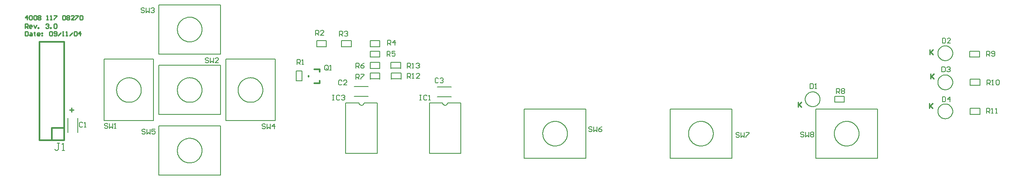
<source format=gto>
*%FSLAX23Y23*%
*%MOIN*%
G01*
%ADD11C,0.006*%
%ADD12C,0.007*%
%ADD13C,0.008*%
%ADD14C,0.008*%
%ADD15C,0.010*%
%ADD16C,0.010*%
%ADD17C,0.012*%
%ADD18C,0.012*%
%ADD19C,0.028*%
%ADD20C,0.030*%
%ADD21C,0.030*%
%ADD22C,0.032*%
%ADD23C,0.039*%
%ADD24C,0.039*%
%ADD25C,0.059*%
%ADD26C,0.059*%
%ADD27C,0.070*%
%ADD28C,0.074*%
%ADD29O,0.076X0.024*%
%ADD30O,0.080X0.028*%
%ADD31C,0.098*%
%ADD32C,0.102*%
%ADD33C,0.125*%
%ADD34C,0.145*%
%ADD35C,0.228*%
%ADD36C,0.232*%
%ADD37R,0.036X0.036*%
%ADD38R,0.040X0.040*%
%ADD39R,0.050X0.036*%
%ADD40R,0.054X0.040*%
%ADD41R,0.055X0.064*%
%ADD42R,0.059X0.068*%
%ADD43R,0.060X0.100*%
%ADD44R,0.064X0.055*%
%ADD45R,0.064X0.104*%
%ADD46R,0.068X0.059*%
%ADD47R,0.070X0.070*%
%ADD48R,0.074X0.074*%
%ADD49R,0.076X0.024*%
%ADD50R,0.080X0.028*%
%ADD51R,0.100X0.060*%
%ADD52R,0.104X0.064*%
D11*
X13138Y8383D02*
Y8423D01*
Y8383D02*
X13158D01*
X13164Y8390D01*
Y8417D01*
X13158Y8423D01*
X13138D01*
X13178Y8383D02*
X13204D01*
X13178D02*
X13204Y8410D01*
Y8417D01*
X13198Y8423D01*
X13184D01*
X13178Y8417D01*
X13134Y8191D02*
Y8151D01*
X13154D01*
X13161Y8158D01*
Y8184D01*
X13154Y8191D01*
X13134D01*
X13174Y8184D02*
X13181Y8191D01*
X13194D01*
X13201Y8184D01*
Y8178D01*
X13202D01*
X13201D02*
X13202D01*
X13201D02*
X13202D01*
X13201D02*
X13194Y8171D01*
X13187D01*
X13194D01*
X13201Y8164D01*
Y8158D01*
X13194Y8151D01*
X13181D01*
X13174Y8158D01*
X13138Y7947D02*
Y7907D01*
X13158D01*
X13164Y7914D01*
Y7940D01*
X13158Y7947D01*
X13138D01*
X13198D02*
Y7907D01*
X13178Y7927D02*
X13198Y7947D01*
X13204Y7927D02*
X13178D01*
X13496Y8277D02*
Y8317D01*
X13516D01*
X13523Y8310D01*
Y8297D01*
X13516Y8290D01*
X13496D01*
X13509D02*
X13523Y8277D01*
X13536Y8284D02*
X13543Y8277D01*
X13556D01*
X13563Y8284D01*
Y8310D01*
X13556Y8317D01*
X13543D01*
X13536Y8310D01*
Y8304D01*
X13543Y8297D01*
X13563D01*
X13500Y8085D02*
Y8045D01*
Y8085D02*
X13520D01*
X13527Y8078D01*
Y8065D01*
X13520Y8058D01*
X13500D01*
X13513D02*
X13527Y8045D01*
X13540D02*
X13553D01*
X13547D01*
Y8085D01*
X13548D01*
X13547D02*
X13540Y8078D01*
X13573D02*
X13580Y8085D01*
X13593D01*
X13600Y8078D01*
Y8052D01*
X13593Y8045D01*
X13580D01*
X13573Y8052D01*
Y8078D01*
X13496Y7853D02*
Y7813D01*
Y7853D02*
X13516D01*
X13523Y7846D01*
Y7833D01*
X13516Y7826D01*
X13496D01*
X13509D02*
X13523Y7813D01*
X13536D02*
X13549D01*
X13543D01*
Y7853D01*
X13544D01*
X13543D02*
X13536Y7846D01*
X13569Y7813D02*
X13583D01*
X13576D01*
Y7853D01*
X13577D01*
X13576D02*
X13569Y7846D01*
X12015Y7653D02*
X12008Y7660D01*
X11995D01*
X11988Y7653D01*
Y7646D01*
X11995Y7640D01*
X12008D01*
X12015Y7633D01*
Y7626D01*
X12008Y7620D01*
X11995D01*
X11988Y7626D01*
X12028Y7620D02*
Y7660D01*
X12042Y7633D02*
X12028Y7620D01*
X12042Y7633D02*
X12055Y7620D01*
Y7660D01*
X12068Y7653D02*
X12075Y7660D01*
X12088D01*
X12095Y7653D01*
Y7646D01*
X12088Y7640D01*
X12095Y7633D01*
Y7626D01*
X12088Y7620D01*
X12075D01*
X12068Y7626D01*
Y7633D01*
X12075Y7640D01*
X12068Y7646D01*
Y7653D01*
X12075Y7640D02*
X12088D01*
X12067Y8013D02*
Y8053D01*
Y8013D02*
X12087D01*
X12094Y8020D01*
Y8047D01*
X12087Y8053D01*
X12067D01*
X12107Y8013D02*
X12120D01*
X12114D01*
Y8053D01*
X12115D01*
X12114D02*
X12107Y8047D01*
X12280Y8014D02*
Y7974D01*
Y8014D02*
X12300D01*
X12306Y8007D01*
Y7994D01*
X12300Y7987D01*
X12280D01*
X12293D02*
X12306Y7974D01*
X12320Y8007D02*
X12326Y8014D01*
X12340D01*
X12346Y8007D01*
Y8001D01*
X12340Y7994D01*
X12346Y7987D01*
Y7981D01*
X12340Y7974D01*
X12326D01*
X12320Y7981D01*
Y7987D01*
X12326Y7994D01*
X12320Y8001D01*
Y8007D01*
X12326Y7994D02*
X12340D01*
X10298Y7696D02*
X10292Y7703D01*
X10278D01*
X10272Y7696D01*
Y7690D01*
X10278Y7683D01*
X10292D01*
X10298Y7676D01*
Y7670D01*
X10292Y7663D01*
X10278D01*
X10272Y7670D01*
X10312Y7663D02*
Y7703D01*
X10325Y7676D02*
X10312Y7663D01*
X10325Y7676D02*
X10338Y7663D01*
Y7703D01*
X10365Y7696D02*
X10378Y7703D01*
X10365Y7696D02*
X10352Y7683D01*
Y7670D01*
X10358Y7663D01*
X10372D01*
X10378Y7670D01*
Y7676D01*
X10372Y7683D01*
X10352D01*
X11485Y7656D02*
X11491Y7649D01*
X11485Y7656D02*
X11471D01*
X11465Y7649D01*
Y7642D01*
X11471Y7636D01*
X11485D01*
X11491Y7629D01*
Y7622D01*
X11485Y7616D01*
X11471D01*
X11465Y7622D01*
X11505Y7616D02*
Y7656D01*
X11518Y7629D02*
X11505Y7616D01*
X11518Y7629D02*
X11531Y7616D01*
Y7656D01*
X11545D02*
X11571D01*
Y7649D01*
X11545Y7622D01*
Y7616D01*
X8803Y8097D02*
Y8137D01*
X8823D01*
X8830Y8130D01*
Y8117D01*
X8823Y8110D01*
X8803D01*
X8816D02*
X8830Y8097D01*
X8843D02*
X8856D01*
X8850D01*
Y8137D01*
X8851D01*
X8850D02*
X8843Y8130D01*
X8876Y8097D02*
X8903D01*
X8876D02*
X8903Y8123D01*
Y8130D01*
X8896Y8137D01*
X8883D01*
X8876Y8130D01*
X8801Y8180D02*
Y8220D01*
X8821D01*
X8828Y8213D01*
Y8200D01*
X8821Y8193D01*
X8801D01*
X8814D02*
X8828Y8180D01*
X8841D02*
X8854D01*
X8848D01*
Y8220D01*
X8849D01*
X8848D02*
X8841Y8213D01*
X8874D02*
X8881Y8220D01*
X8894D01*
X8901Y8213D01*
Y8206D01*
X8902D01*
X8901D02*
X8902D01*
X8901D02*
X8902D01*
X8901D02*
X8894Y8200D01*
X8888D01*
X8894D01*
X8901Y8193D01*
Y8186D01*
X8894Y8180D01*
X8881D01*
X8874Y8186D01*
X8387Y8130D02*
Y8090D01*
Y8130D02*
X8407D01*
X8414Y8123D01*
Y8110D01*
X8407Y8103D01*
X8387D01*
X8400D02*
X8414Y8090D01*
X8427Y8130D02*
X8454D01*
Y8123D01*
X8427Y8096D01*
Y8090D01*
X8902Y7959D02*
X8915D01*
X8908D01*
Y7919D01*
X8902D01*
X8915D01*
X8955Y7959D02*
X8962Y7952D01*
X8955Y7959D02*
X8942D01*
X8935Y7952D01*
Y7926D01*
X8942Y7919D01*
X8955D01*
X8962Y7926D01*
X8975Y7919D02*
X8988D01*
X8982D01*
Y7959D01*
X8983D01*
X8982D02*
X8975Y7952D01*
X8210Y7959D02*
X8197D01*
X8204D02*
X8210D01*
X8204D02*
Y7919D01*
X8197D01*
X8210D01*
X8250Y7959D02*
X8257Y7952D01*
X8250Y7959D02*
X8237D01*
X8230Y7952D01*
Y7926D01*
X8237Y7919D01*
X8250D01*
X8257Y7926D01*
X8270Y7952D02*
X8277Y7959D01*
X8290D01*
X8297Y7952D01*
Y7946D01*
X8298D01*
X8297D02*
X8298D01*
X8297D02*
X8298D01*
X8297D02*
X8290Y7939D01*
X8284D01*
X8290D01*
X8297Y7932D01*
Y7926D01*
X8290Y7919D01*
X8277D01*
X8270Y7926D01*
X8274Y8075D02*
X8267Y8082D01*
X8254D01*
X8247Y8075D01*
Y8048D01*
X8254Y8042D01*
X8267D01*
X8274Y8048D01*
X8287Y8042D02*
X8314D01*
X8287D02*
X8314Y8068D01*
Y8075D01*
X8307Y8082D01*
X8294D01*
X8287Y8075D01*
X9048Y8101D02*
X9054Y8094D01*
X9048Y8101D02*
X9034D01*
X9028Y8094D01*
Y8067D01*
X9034Y8061D01*
X9048D01*
X9054Y8067D01*
X9068Y8094D02*
X9074Y8101D01*
X9088D01*
X9094Y8094D01*
Y8087D01*
X9095D01*
X9094D02*
X9095D01*
X9094D02*
X9095D01*
X9094D02*
X9088Y8081D01*
X9081D01*
X9088D01*
X9094Y8074D01*
Y8067D01*
X9088Y8061D01*
X9074D01*
X9068Y8067D01*
X8252Y8439D02*
Y8479D01*
X8272D01*
X8279Y8472D01*
Y8459D01*
X8272Y8452D01*
X8252D01*
X8265D02*
X8279Y8439D01*
X8292Y8472D02*
X8299Y8479D01*
X8312D01*
X8319Y8472D01*
Y8465D01*
X8320D01*
X8319D02*
X8320D01*
X8319D02*
X8320D01*
X8319D02*
X8312Y8459D01*
X8305D01*
X8312D01*
X8319Y8452D01*
Y8445D01*
X8312Y8439D01*
X8299D01*
X8292Y8445D01*
X8642Y8408D02*
Y8368D01*
Y8408D02*
X8662D01*
X8668Y8401D01*
Y8388D01*
X8662Y8381D01*
X8642D01*
X8655D02*
X8668Y8368D01*
X8702D02*
Y8408D01*
X8682Y8388D01*
X8708D01*
X8638Y8317D02*
Y8277D01*
Y8317D02*
X8658D01*
X8664Y8310D01*
Y8297D01*
X8658Y8290D01*
X8638D01*
X8651D02*
X8664Y8277D01*
X8678Y8317D02*
X8704D01*
X8678D02*
Y8297D01*
X8691Y8304D01*
X8698D01*
X8704Y8297D01*
Y8284D01*
X8698Y8277D01*
X8684D01*
X8678Y8284D01*
X8385Y8221D02*
Y8181D01*
Y8221D02*
X8405D01*
X8412Y8214D01*
Y8201D01*
X8405Y8194D01*
X8385D01*
X8398D02*
X8412Y8181D01*
X8438Y8214D02*
X8452Y8221D01*
X8438Y8214D02*
X8425Y8201D01*
Y8187D01*
X8432Y8181D01*
X8445D01*
X8452Y8187D01*
Y8194D01*
X8445Y8201D01*
X8425D01*
X7653Y7720D02*
X7646Y7727D01*
X7633D01*
X7626Y7720D01*
Y7713D01*
X7633Y7707D01*
X7646D01*
X7653Y7700D01*
Y7693D01*
X7646Y7687D01*
X7633D01*
X7626Y7693D01*
X7666Y7687D02*
Y7727D01*
X7679Y7700D02*
X7666Y7687D01*
X7679Y7700D02*
X7693Y7687D01*
Y7727D01*
X7726D02*
Y7687D01*
X7706Y7707D02*
X7726Y7727D01*
X7733Y7707D02*
X7706D01*
X6672Y8665D02*
X6666Y8671D01*
X6652D01*
X6646Y8665D01*
Y8658D01*
X6652Y8651D01*
X6666D01*
X6672Y8645D01*
Y8638D01*
X6666Y8631D01*
X6652D01*
X6646Y8638D01*
X6686Y8631D02*
Y8671D01*
X6699Y8645D02*
X6686Y8631D01*
X6699Y8645D02*
X6712Y8631D01*
Y8671D01*
X6726Y8665D02*
X6732Y8671D01*
X6746D01*
X6752Y8665D01*
Y8658D01*
X6753D01*
X6752D02*
X6753D01*
X6752D02*
X6753D01*
X6752D02*
X6746Y8651D01*
X6739D01*
X6746D01*
X6752Y8645D01*
Y8638D01*
X6746Y8631D01*
X6732D01*
X6726Y8638D01*
X6674Y7683D02*
X6680Y7677D01*
X6674Y7683D02*
X6660D01*
X6654Y7677D01*
Y7670D01*
X6660Y7663D01*
X6674D01*
X6680Y7657D01*
Y7650D01*
X6674Y7643D01*
X6660D01*
X6654Y7650D01*
X6694Y7643D02*
Y7683D01*
X6707Y7657D02*
X6694Y7643D01*
X6707Y7657D02*
X6720Y7643D01*
Y7683D01*
X6734D02*
X6760D01*
X6734D02*
Y7663D01*
X6747Y7670D01*
X6754D01*
X6760Y7663D01*
Y7650D01*
X6754Y7643D01*
X6740D01*
X6734Y7650D01*
X7193Y8257D02*
X7186Y8264D01*
X7173D01*
X7166Y8257D01*
Y8250D01*
X7173Y8244D01*
X7186D01*
X7193Y8237D01*
Y8230D01*
X7186Y8224D01*
X7173D01*
X7166Y8230D01*
X7206Y8224D02*
Y8264D01*
X7220Y8237D02*
X7206Y8224D01*
X7220Y8237D02*
X7233Y8224D01*
Y8264D01*
X7246Y8224D02*
X7273D01*
X7246D02*
X7273Y8250D01*
Y8257D01*
X7266Y8264D01*
X7253D01*
X7246Y8257D01*
X8161Y8196D02*
Y8170D01*
Y8196D02*
X8154Y8203D01*
X8141D01*
X8134Y8196D01*
Y8170D01*
X8141Y8163D01*
X8154D01*
X8161D02*
X8147Y8176D01*
X8154Y8163D02*
X8161Y8170D01*
X8174Y8163D02*
X8187D01*
X8181D01*
Y8203D01*
X8182D01*
X8181D02*
X8174Y8196D01*
X7909Y8210D02*
Y8250D01*
X7929D01*
X7936Y8244D01*
Y8230D01*
X7929Y8224D01*
X7909D01*
X7923D02*
X7936Y8210D01*
X7949D02*
X7963D01*
X7956D01*
Y8250D01*
X7957D01*
X7956D02*
X7949Y8244D01*
X8059Y8446D02*
Y8486D01*
X8079D01*
X8086Y8480D01*
Y8466D01*
X8079Y8460D01*
X8059D01*
X8072D02*
X8086Y8446D01*
X8099D02*
X8126D01*
X8099D02*
X8126Y8473D01*
Y8480D01*
X8119Y8486D01*
X8106D01*
X8099Y8480D01*
X6377Y7724D02*
X6370Y7731D01*
X6357D01*
X6350Y7724D01*
Y7717D01*
X6357Y7711D01*
X6370D01*
X6377Y7704D01*
Y7697D01*
X6370Y7691D01*
X6357D01*
X6350Y7697D01*
X6390Y7691D02*
Y7731D01*
X6404Y7704D02*
X6390Y7691D01*
X6404Y7704D02*
X6417Y7691D01*
Y7731D01*
X6430Y7691D02*
X6444D01*
X6437D01*
Y7731D01*
X6438D01*
X6437D02*
X6430Y7724D01*
X5985Y7570D02*
X5965D01*
X5975D01*
Y7520D01*
X5965Y7510D01*
X5955D01*
X5945Y7520D01*
X6005Y7510D02*
X6025D01*
X6015D01*
Y7570D01*
X6016D01*
X6015D02*
X6005Y7560D01*
X6171Y7733D02*
X6165Y7740D01*
X6151D01*
X6145Y7733D01*
Y7707D01*
X6151Y7700D01*
X6165D01*
X6171Y7707D01*
X6185Y7700D02*
X6198D01*
X6191D01*
Y7740D01*
X6192D01*
X6191D02*
X6185Y7733D01*
D14*
X13221Y8301D02*
X13221Y8297D01*
X13221Y8294D01*
X13221Y8291D01*
X13220Y8288D01*
X13219Y8284D01*
X13218Y8281D01*
X13217Y8278D01*
X13216Y8275D01*
X13214Y8272D01*
X13213Y8269D01*
X13211Y8267D01*
X13209Y8264D01*
X13207Y8261D01*
X13204Y8259D01*
X13202Y8257D01*
X13200Y8254D01*
X13197Y8252D01*
X13194Y8251D01*
X13191Y8249D01*
X13189Y8247D01*
X13186Y8246D01*
X13182Y8245D01*
X13179Y8243D01*
X13176Y8243D01*
X13173Y8242D01*
X13170Y8241D01*
X13166Y8241D01*
X13163Y8241D01*
X13160D01*
X13156Y8241D01*
X13153Y8241D01*
X13150Y8242D01*
X13147Y8243D01*
X13144Y8243D01*
X13140Y8245D01*
X13137Y8246D01*
X13134Y8247D01*
X13131Y8249D01*
X13129Y8251D01*
X13126Y8252D01*
X13123Y8254D01*
X13121Y8257D01*
X13118Y8259D01*
X13116Y8261D01*
X13114Y8264D01*
X13112Y8267D01*
X13110Y8269D01*
X13109Y8272D01*
X13107Y8275D01*
X13106Y8278D01*
X13105Y8281D01*
X13104Y8284D01*
X13103Y8288D01*
X13102Y8291D01*
X13102Y8294D01*
X13102Y8297D01*
X13101Y8301D01*
X13102Y8304D01*
X13102Y8307D01*
X13102Y8311D01*
X13103Y8314D01*
X13104Y8317D01*
X13105Y8320D01*
X13106Y8323D01*
X13107Y8326D01*
X13109Y8329D01*
X13110Y8332D01*
X13112Y8335D01*
X13114Y8338D01*
X13116Y8340D01*
X13118Y8343D01*
X13121Y8345D01*
X13123Y8347D01*
X13126Y8349D01*
X13129Y8351D01*
X13131Y8353D01*
X13134Y8354D01*
X13137Y8356D01*
X13140Y8357D01*
X13144Y8358D01*
X13147Y8359D01*
X13150Y8360D01*
X13153Y8360D01*
X13156Y8361D01*
X13160Y8361D01*
X13163D01*
X13166Y8361D01*
X13170Y8360D01*
X13173Y8360D01*
X13176Y8359D01*
X13179Y8358D01*
X13182Y8357D01*
X13186Y8356D01*
X13189Y8354D01*
X13191Y8353D01*
X13194Y8351D01*
X13197Y8349D01*
X13200Y8347D01*
X13202Y8345D01*
X13204Y8343D01*
X13207Y8340D01*
X13209Y8338D01*
X13211Y8335D01*
X13213Y8332D01*
X13214Y8329D01*
X13216Y8326D01*
X13217Y8323D01*
X13218Y8320D01*
X13219Y8317D01*
X13220Y8314D01*
X13221Y8311D01*
X13221Y8307D01*
X13221Y8304D01*
X13221Y8301D01*
Y8065D02*
X13221Y8061D01*
X13221Y8058D01*
X13221Y8055D01*
X13220Y8051D01*
X13219Y8048D01*
X13218Y8045D01*
X13217Y8042D01*
X13216Y8039D01*
X13214Y8036D01*
X13213Y8033D01*
X13211Y8030D01*
X13209Y8028D01*
X13207Y8025D01*
X13204Y8023D01*
X13202Y8020D01*
X13200Y8018D01*
X13197Y8016D01*
X13194Y8014D01*
X13191Y8013D01*
X13189Y8011D01*
X13186Y8010D01*
X13182Y8008D01*
X13179Y8007D01*
X13176Y8006D01*
X13173Y8006D01*
X13170Y8005D01*
X13166Y8005D01*
X13163Y8005D01*
X13160D01*
X13156Y8005D01*
X13153Y8005D01*
X13150Y8006D01*
X13147Y8006D01*
X13144Y8007D01*
X13140Y8008D01*
X13137Y8010D01*
X13134Y8011D01*
X13131Y8013D01*
X13129Y8014D01*
X13126Y8016D01*
X13123Y8018D01*
X13121Y8020D01*
X13118Y8023D01*
X13116Y8025D01*
X13114Y8028D01*
X13112Y8030D01*
X13110Y8033D01*
X13109Y8036D01*
X13107Y8039D01*
X13106Y8042D01*
X13105Y8045D01*
X13104Y8048D01*
X13103Y8051D01*
X13102Y8055D01*
X13102Y8058D01*
X13102Y8061D01*
X13101Y8065D01*
X13102Y8068D01*
X13102Y8071D01*
X13102Y8074D01*
X13103Y8078D01*
X13104Y8081D01*
X13105Y8084D01*
X13106Y8087D01*
X13107Y8090D01*
X13109Y8093D01*
X13110Y8096D01*
X13112Y8099D01*
X13114Y8101D01*
X13116Y8104D01*
X13118Y8106D01*
X13121Y8109D01*
X13123Y8111D01*
X13126Y8113D01*
X13129Y8115D01*
X13131Y8116D01*
X13134Y8118D01*
X13137Y8119D01*
X13140Y8121D01*
X13144Y8122D01*
X13147Y8123D01*
X13150Y8123D01*
X13153Y8124D01*
X13156Y8124D01*
X13160Y8125D01*
X13163D01*
X13166Y8124D01*
X13170Y8124D01*
X13173Y8123D01*
X13176Y8123D01*
X13179Y8122D01*
X13182Y8121D01*
X13186Y8119D01*
X13189Y8118D01*
X13191Y8116D01*
X13194Y8115D01*
X13197Y8113D01*
X13200Y8111D01*
X13202Y8109D01*
X13204Y8106D01*
X13207Y8104D01*
X13209Y8101D01*
X13211Y8099D01*
X13213Y8096D01*
X13214Y8093D01*
X13216Y8090D01*
X13217Y8087D01*
X13218Y8084D01*
X13219Y8081D01*
X13220Y8078D01*
X13221Y8074D01*
X13221Y8071D01*
X13221Y8068D01*
X13221Y8065D01*
Y7828D02*
X13221Y7825D01*
X13221Y7822D01*
X13221Y7818D01*
X13220Y7815D01*
X13219Y7812D01*
X13218Y7809D01*
X13217Y7806D01*
X13216Y7803D01*
X13214Y7800D01*
X13213Y7797D01*
X13211Y7794D01*
X13209Y7791D01*
X13207Y7789D01*
X13204Y7786D01*
X13202Y7784D01*
X13200Y7782D01*
X13197Y7780D01*
X13194Y7778D01*
X13191Y7776D01*
X13189Y7775D01*
X13186Y7773D01*
X13182Y7772D01*
X13179Y7771D01*
X13176Y7770D01*
X13173Y7769D01*
X13170Y7769D01*
X13166Y7769D01*
X13163Y7768D01*
X13160D01*
X13156Y7769D01*
X13153Y7769D01*
X13150Y7769D01*
X13147Y7770D01*
X13144Y7771D01*
X13140Y7772D01*
X13137Y7773D01*
X13134Y7775D01*
X13131Y7776D01*
X13129Y7778D01*
X13126Y7780D01*
X13123Y7782D01*
X13121Y7784D01*
X13118Y7786D01*
X13116Y7789D01*
X13114Y7791D01*
X13112Y7794D01*
X13110Y7797D01*
X13109Y7800D01*
X13107Y7803D01*
X13106Y7806D01*
X13105Y7809D01*
X13104Y7812D01*
X13103Y7815D01*
X13102Y7818D01*
X13102Y7822D01*
X13102Y7825D01*
X13101Y7828D01*
X13102Y7832D01*
X13102Y7835D01*
X13102Y7838D01*
X13103Y7841D01*
X13104Y7845D01*
X13105Y7848D01*
X13106Y7851D01*
X13107Y7854D01*
X13109Y7857D01*
X13110Y7860D01*
X13112Y7863D01*
X13114Y7865D01*
X13116Y7868D01*
X13118Y7870D01*
X13121Y7872D01*
X13123Y7875D01*
X13126Y7877D01*
X13129Y7879D01*
X13131Y7880D01*
X13134Y7882D01*
X13137Y7883D01*
X13140Y7885D01*
X13144Y7886D01*
X13147Y7886D01*
X13150Y7887D01*
X13153Y7888D01*
X13156Y7888D01*
X13160Y7888D01*
X13163D01*
X13166Y7888D01*
X13170Y7888D01*
X13173Y7887D01*
X13176Y7886D01*
X13179Y7886D01*
X13182Y7885D01*
X13186Y7883D01*
X13189Y7882D01*
X13191Y7880D01*
X13194Y7879D01*
X13197Y7877D01*
X13200Y7875D01*
X13202Y7872D01*
X13204Y7870D01*
X13207Y7868D01*
X13209Y7865D01*
X13211Y7863D01*
X13213Y7860D01*
X13214Y7857D01*
X13216Y7854D01*
X13217Y7851D01*
X13218Y7848D01*
X13219Y7845D01*
X13220Y7841D01*
X13221Y7838D01*
X13221Y7835D01*
X13221Y7832D01*
X13221Y7828D01*
X13438Y8269D02*
Y8317D01*
X13360D02*
Y8269D01*
X13359Y8269D02*
X13438D01*
Y8317D02*
X13359D01*
X13442Y8088D02*
Y8040D01*
X13363D02*
Y8088D01*
X13363Y8041D02*
X13442D01*
Y8089D02*
X13363D01*
X13442Y7852D02*
Y7804D01*
X13363D02*
Y7852D01*
X13363Y7804D02*
X13442D01*
Y7852D02*
X13363D01*
X12462Y7647D02*
X12462Y7644D01*
X12462Y7641D01*
X12462Y7637D01*
X12461Y7634D01*
X12461Y7631D01*
X12460Y7627D01*
X12460Y7624D01*
X12459Y7621D01*
X12458Y7618D01*
X12457Y7615D01*
X12456Y7611D01*
X12454Y7608D01*
X12453Y7605D01*
X12452Y7602D01*
X12450Y7599D01*
X12448Y7596D01*
X12447Y7594D01*
X12445Y7591D01*
X12443Y7588D01*
X12441Y7586D01*
X12439Y7583D01*
X12437Y7580D01*
X12434Y7578D01*
X12432Y7576D01*
X12430Y7573D01*
X12427Y7571D01*
X12425Y7569D01*
X12422Y7567D01*
X12419Y7565D01*
X12416Y7563D01*
X12414Y7561D01*
X12411Y7560D01*
X12408Y7558D01*
X12405Y7557D01*
X12402Y7555D01*
X12399Y7554D01*
X12396Y7553D01*
X12392Y7552D01*
X12389Y7551D01*
X12386Y7550D01*
X12383Y7549D01*
X12380Y7549D01*
X12376Y7548D01*
X12373Y7548D01*
X12370Y7547D01*
X12366Y7547D01*
X12363Y7547D01*
X12360Y7547D01*
X12356Y7547D01*
X12353Y7548D01*
X12350Y7548D01*
X12347Y7548D01*
X12343Y7549D01*
X12340Y7550D01*
X12337Y7551D01*
X12334Y7551D01*
X12330Y7552D01*
X12327Y7554D01*
X12324Y7555D01*
X12321Y7556D01*
X12318Y7557D01*
X12315Y7559D01*
X12312Y7561D01*
X12309Y7562D01*
X12307Y7564D01*
X12304Y7566D01*
X12301Y7568D01*
X12299Y7570D01*
X12296Y7572D01*
X12294Y7574D01*
X12291Y7577D01*
X12289Y7579D01*
X12287Y7582D01*
X12285Y7584D01*
X12283Y7587D01*
X12281Y7590D01*
X12279Y7592D01*
X12277Y7595D01*
X12275Y7598D01*
X12274Y7601D01*
X12272Y7604D01*
X12271Y7607D01*
X12269Y7610D01*
X12268Y7613D01*
X12267Y7616D01*
X12266Y7619D01*
X12265Y7623D01*
X12265Y7626D01*
X12264Y7629D01*
X12263Y7632D01*
X12263Y7636D01*
X12263Y7639D01*
X12262Y7642D01*
X12262Y7646D01*
Y7649D01*
X12262Y7652D01*
X12263Y7656D01*
X12263Y7659D01*
X12263Y7662D01*
X12264Y7665D01*
X12265Y7669D01*
X12265Y7672D01*
X12266Y7675D01*
X12267Y7678D01*
X12268Y7681D01*
X12269Y7685D01*
X12271Y7688D01*
X12272Y7691D01*
X12274Y7694D01*
X12275Y7696D01*
X12277Y7699D01*
X12279Y7702D01*
X12281Y7705D01*
X12283Y7708D01*
X12285Y7710D01*
X12287Y7713D01*
X12289Y7715D01*
X12291Y7718D01*
X12294Y7720D01*
X12296Y7722D01*
X12299Y7724D01*
X12301Y7726D01*
X12304Y7728D01*
X12307Y7730D01*
X12309Y7732D01*
X12312Y7734D01*
X12315Y7735D01*
X12318Y7737D01*
X12321Y7738D01*
X12324Y7740D01*
X12327Y7741D01*
X12330Y7742D01*
X12334Y7743D01*
X12337Y7744D01*
X12340Y7745D01*
X12343Y7745D01*
X12347Y7746D01*
X12350Y7746D01*
X12353Y7747D01*
X12356Y7747D01*
X12360Y7747D01*
X12363Y7747D01*
X12366Y7747D01*
X12370Y7747D01*
X12373Y7747D01*
X12376Y7746D01*
X12380Y7746D01*
X12383Y7745D01*
X12386Y7744D01*
X12389Y7743D01*
X12392Y7743D01*
X12396Y7741D01*
X12399Y7740D01*
X12402Y7739D01*
X12405Y7738D01*
X12408Y7736D01*
X12411Y7735D01*
X12414Y7733D01*
X12416Y7731D01*
X12419Y7729D01*
X12422Y7727D01*
X12425Y7725D01*
X12427Y7723D01*
X12430Y7721D01*
X12432Y7719D01*
X12434Y7716D01*
X12437Y7714D01*
X12439Y7711D01*
X12441Y7709D01*
X12443Y7706D01*
X12445Y7704D01*
X12447Y7701D01*
X12448Y7698D01*
X12450Y7695D01*
X12452Y7692D01*
X12453Y7689D01*
X12454Y7686D01*
X12456Y7683D01*
X12457Y7680D01*
X12458Y7677D01*
X12459Y7673D01*
X12460Y7670D01*
X12460Y7667D01*
X12461Y7664D01*
X12461Y7660D01*
X12462Y7657D01*
X12462Y7654D01*
X12462Y7651D01*
X12462Y7647D01*
X12112Y7447D02*
Y7847D01*
X12612D02*
Y7447D01*
X12112D01*
Y7847D02*
X12612D01*
X12147Y7927D02*
X12147Y7923D01*
X12146Y7920D01*
X12146Y7917D01*
X12145Y7914D01*
X12144Y7910D01*
X12143Y7907D01*
X12142Y7904D01*
X12141Y7901D01*
X12139Y7898D01*
X12138Y7895D01*
X12136Y7893D01*
X12134Y7890D01*
X12132Y7887D01*
X12130Y7885D01*
X12127Y7883D01*
X12125Y7880D01*
X12122Y7878D01*
X12119Y7877D01*
X12117Y7875D01*
X12114Y7873D01*
X12111Y7872D01*
X12108Y7871D01*
X12105Y7869D01*
X12101Y7869D01*
X12098Y7868D01*
X12095Y7867D01*
X12092Y7867D01*
X12088Y7867D01*
X12085D01*
X12082Y7867D01*
X12078Y7867D01*
X12075Y7868D01*
X12072Y7869D01*
X12069Y7869D01*
X12066Y7871D01*
X12063Y7872D01*
X12060Y7873D01*
X12057Y7875D01*
X12054Y7877D01*
X12051Y7878D01*
X12048Y7880D01*
X12046Y7883D01*
X12044Y7885D01*
X12041Y7887D01*
X12039Y7890D01*
X12037Y7893D01*
X12036Y7895D01*
X12034Y7898D01*
X12032Y7901D01*
X12031Y7904D01*
X12030Y7907D01*
X12029Y7910D01*
X12028Y7914D01*
X12027Y7917D01*
X12027Y7920D01*
X12027Y7923D01*
X12027Y7927D01*
X12027Y7930D01*
X12027Y7933D01*
X12027Y7937D01*
X12028Y7940D01*
X12029Y7943D01*
X12030Y7946D01*
X12031Y7949D01*
X12032Y7952D01*
X12034Y7955D01*
X12036Y7958D01*
X12037Y7961D01*
X12039Y7964D01*
X12041Y7966D01*
X12044Y7969D01*
X12046Y7971D01*
X12048Y7973D01*
X12051Y7975D01*
X12054Y7977D01*
X12057Y7979D01*
X12060Y7980D01*
X12063Y7982D01*
X12066Y7983D01*
X12069Y7984D01*
X12072Y7985D01*
X12075Y7986D01*
X12078Y7986D01*
X12082Y7987D01*
X12085Y7987D01*
X12088D01*
X12092Y7987D01*
X12095Y7986D01*
X12098Y7986D01*
X12101Y7985D01*
X12105Y7984D01*
X12108Y7983D01*
X12111Y7982D01*
X12114Y7980D01*
X12117Y7979D01*
X12119Y7977D01*
X12122Y7975D01*
X12125Y7973D01*
X12127Y7971D01*
X12130Y7969D01*
X12132Y7966D01*
X12134Y7964D01*
X12136Y7961D01*
X12138Y7958D01*
X12139Y7955D01*
X12141Y7952D01*
X12142Y7949D01*
X12143Y7946D01*
X12144Y7943D01*
X12145Y7940D01*
X12146Y7937D01*
X12146Y7933D01*
X12147Y7930D01*
X12147Y7927D01*
X12344Y7950D02*
Y7902D01*
X12265D02*
Y7950D01*
X12265Y7903D02*
X12344D01*
Y7951D02*
X12265D01*
X10100Y7647D02*
X10100Y7644D01*
X10100Y7641D01*
X10100Y7637D01*
X10099Y7634D01*
X10099Y7631D01*
X10098Y7627D01*
X10097Y7624D01*
X10097Y7621D01*
X10096Y7618D01*
X10095Y7615D01*
X10093Y7611D01*
X10092Y7608D01*
X10091Y7605D01*
X10089Y7602D01*
X10088Y7599D01*
X10086Y7596D01*
X10084Y7594D01*
X10083Y7591D01*
X10081Y7588D01*
X10079Y7586D01*
X10077Y7583D01*
X10074Y7580D01*
X10072Y7578D01*
X10070Y7576D01*
X10067Y7573D01*
X10065Y7571D01*
X10062Y7569D01*
X10060Y7567D01*
X10057Y7565D01*
X10054Y7563D01*
X10051Y7561D01*
X10049Y7560D01*
X10046Y7558D01*
X10043Y7557D01*
X10040Y7555D01*
X10037Y7554D01*
X10033Y7553D01*
X10030Y7552D01*
X10027Y7551D01*
X10024Y7550D01*
X10021Y7549D01*
X10017Y7549D01*
X10014Y7548D01*
X10011Y7548D01*
X10007Y7547D01*
X10004Y7547D01*
X10001Y7547D01*
X9998Y7547D01*
X9994Y7547D01*
X9991Y7548D01*
X9988Y7548D01*
X9984Y7548D01*
X9981Y7549D01*
X9978Y7550D01*
X9975Y7551D01*
X9971Y7551D01*
X9968Y7552D01*
X9965Y7554D01*
X9962Y7555D01*
X9959Y7556D01*
X9956Y7557D01*
X9953Y7559D01*
X9950Y7561D01*
X9947Y7562D01*
X9944Y7564D01*
X9942Y7566D01*
X9939Y7568D01*
X9936Y7570D01*
X9934Y7572D01*
X9931Y7574D01*
X9929Y7577D01*
X9927Y7579D01*
X9924Y7582D01*
X9922Y7584D01*
X9920Y7587D01*
X9918Y7590D01*
X9916Y7592D01*
X9915Y7595D01*
X9913Y7598D01*
X9911Y7601D01*
X9910Y7604D01*
X9909Y7607D01*
X9907Y7610D01*
X9906Y7613D01*
X9905Y7616D01*
X9904Y7619D01*
X9903Y7623D01*
X9902Y7626D01*
X9902Y7629D01*
X9901Y7632D01*
X9901Y7636D01*
X9900Y7639D01*
X9900Y7642D01*
X9900Y7646D01*
Y7649D01*
X9900Y7652D01*
X9900Y7656D01*
X9901Y7659D01*
X9901Y7662D01*
X9902Y7665D01*
X9902Y7669D01*
X9903Y7672D01*
X9904Y7675D01*
X9905Y7678D01*
X9906Y7681D01*
X9907Y7685D01*
X9909Y7688D01*
X9910Y7691D01*
X9911Y7694D01*
X9913Y7696D01*
X9915Y7699D01*
X9916Y7702D01*
X9918Y7705D01*
X9920Y7708D01*
X9922Y7710D01*
X9924Y7713D01*
X9927Y7715D01*
X9929Y7718D01*
X9931Y7720D01*
X9934Y7722D01*
X9936Y7724D01*
X9939Y7726D01*
X9942Y7728D01*
X9944Y7730D01*
X9947Y7732D01*
X9950Y7734D01*
X9953Y7735D01*
X9956Y7737D01*
X9959Y7738D01*
X9962Y7740D01*
X9965Y7741D01*
X9968Y7742D01*
X9971Y7743D01*
X9975Y7744D01*
X9978Y7745D01*
X9981Y7745D01*
X9984Y7746D01*
X9988Y7746D01*
X9991Y7747D01*
X9994Y7747D01*
X9998Y7747D01*
X10001Y7747D01*
X10004Y7747D01*
X10007Y7747D01*
X10011Y7747D01*
X10014Y7746D01*
X10017Y7746D01*
X10021Y7745D01*
X10024Y7744D01*
X10027Y7743D01*
X10030Y7743D01*
X10033Y7741D01*
X10037Y7740D01*
X10040Y7739D01*
X10043Y7738D01*
X10046Y7736D01*
X10049Y7735D01*
X10051Y7733D01*
X10054Y7731D01*
X10057Y7729D01*
X10060Y7727D01*
X10062Y7725D01*
X10065Y7723D01*
X10067Y7721D01*
X10070Y7719D01*
X10072Y7716D01*
X10074Y7714D01*
X10077Y7711D01*
X10079Y7709D01*
X10081Y7706D01*
X10083Y7704D01*
X10084Y7701D01*
X10086Y7698D01*
X10088Y7695D01*
X10089Y7692D01*
X10091Y7689D01*
X10092Y7686D01*
X10093Y7683D01*
X10095Y7680D01*
X10096Y7677D01*
X10097Y7673D01*
X10097Y7670D01*
X10098Y7667D01*
X10099Y7664D01*
X10099Y7660D01*
X10100Y7657D01*
X10100Y7654D01*
X10100Y7651D01*
X10100Y7647D01*
X9750Y7447D02*
Y7847D01*
X10250D02*
Y7447D01*
X9750D01*
Y7847D02*
X10250D01*
X11281Y7647D02*
X11281Y7644D01*
X11281Y7641D01*
X11281Y7637D01*
X11280Y7634D01*
X11280Y7631D01*
X11279Y7627D01*
X11278Y7624D01*
X11278Y7621D01*
X11277Y7618D01*
X11276Y7615D01*
X11275Y7611D01*
X11273Y7608D01*
X11272Y7605D01*
X11270Y7602D01*
X11269Y7599D01*
X11267Y7596D01*
X11266Y7594D01*
X11264Y7591D01*
X11262Y7588D01*
X11260Y7586D01*
X11258Y7583D01*
X11256Y7580D01*
X11253Y7578D01*
X11251Y7576D01*
X11249Y7573D01*
X11246Y7571D01*
X11243Y7569D01*
X11241Y7567D01*
X11238Y7565D01*
X11235Y7563D01*
X11233Y7561D01*
X11230Y7560D01*
X11227Y7558D01*
X11224Y7557D01*
X11221Y7555D01*
X11218Y7554D01*
X11215Y7553D01*
X11211Y7552D01*
X11208Y7551D01*
X11205Y7550D01*
X11202Y7549D01*
X11198Y7549D01*
X11195Y7548D01*
X11192Y7548D01*
X11189Y7547D01*
X11185Y7547D01*
X11182Y7547D01*
X11179Y7547D01*
X11175Y7547D01*
X11172Y7548D01*
X11169Y7548D01*
X11165Y7548D01*
X11162Y7549D01*
X11159Y7550D01*
X11156Y7551D01*
X11152Y7551D01*
X11149Y7552D01*
X11146Y7554D01*
X11143Y7555D01*
X11140Y7556D01*
X11137Y7557D01*
X11134Y7559D01*
X11131Y7561D01*
X11128Y7562D01*
X11125Y7564D01*
X11123Y7566D01*
X11120Y7568D01*
X11117Y7570D01*
X11115Y7572D01*
X11113Y7574D01*
X11110Y7577D01*
X11108Y7579D01*
X11106Y7582D01*
X11103Y7584D01*
X11101Y7587D01*
X11099Y7590D01*
X11098Y7592D01*
X11096Y7595D01*
X11094Y7598D01*
X11093Y7601D01*
X11091Y7604D01*
X11090Y7607D01*
X11088Y7610D01*
X11087Y7613D01*
X11086Y7616D01*
X11085Y7619D01*
X11084Y7623D01*
X11083Y7626D01*
X11083Y7629D01*
X11082Y7632D01*
X11082Y7636D01*
X11081Y7639D01*
X11081Y7642D01*
X11081Y7646D01*
Y7649D01*
X11081Y7652D01*
X11081Y7656D01*
X11082Y7659D01*
X11082Y7662D01*
X11083Y7665D01*
X11083Y7669D01*
X11084Y7672D01*
X11085Y7675D01*
X11086Y7678D01*
X11087Y7681D01*
X11088Y7685D01*
X11090Y7688D01*
X11091Y7691D01*
X11093Y7694D01*
X11094Y7696D01*
X11096Y7699D01*
X11098Y7702D01*
X11099Y7705D01*
X11101Y7708D01*
X11103Y7710D01*
X11106Y7713D01*
X11108Y7715D01*
X11110Y7718D01*
X11113Y7720D01*
X11115Y7722D01*
X11117Y7724D01*
X11120Y7726D01*
X11123Y7728D01*
X11125Y7730D01*
X11128Y7732D01*
X11131Y7734D01*
X11134Y7735D01*
X11137Y7737D01*
X11140Y7738D01*
X11143Y7740D01*
X11146Y7741D01*
X11149Y7742D01*
X11152Y7743D01*
X11156Y7744D01*
X11159Y7745D01*
X11162Y7745D01*
X11165Y7746D01*
X11169Y7746D01*
X11172Y7747D01*
X11175Y7747D01*
X11179Y7747D01*
X11182Y7747D01*
X11185Y7747D01*
X11189Y7747D01*
X11192Y7747D01*
X11195Y7746D01*
X11198Y7746D01*
X11202Y7745D01*
X11205Y7744D01*
X11208Y7743D01*
X11211Y7743D01*
X11215Y7741D01*
X11218Y7740D01*
X11221Y7739D01*
X11224Y7738D01*
X11227Y7736D01*
X11230Y7735D01*
X11233Y7733D01*
X11235Y7731D01*
X11238Y7729D01*
X11241Y7727D01*
X11243Y7725D01*
X11246Y7723D01*
X11249Y7721D01*
X11251Y7719D01*
X11253Y7716D01*
X11256Y7714D01*
X11258Y7711D01*
X11260Y7709D01*
X11262Y7706D01*
X11264Y7704D01*
X11266Y7701D01*
X11267Y7698D01*
X11269Y7695D01*
X11270Y7692D01*
X11272Y7689D01*
X11273Y7686D01*
X11275Y7683D01*
X11276Y7680D01*
X11277Y7677D01*
X11278Y7673D01*
X11278Y7670D01*
X11279Y7667D01*
X11280Y7664D01*
X11280Y7660D01*
X11281Y7657D01*
X11281Y7654D01*
X11281Y7651D01*
X11281Y7647D01*
X10931Y7447D02*
Y7847D01*
X11431D02*
Y7447D01*
X10931D01*
Y7847D02*
X11431D01*
X8672Y8091D02*
Y8139D01*
X8751D02*
Y8091D01*
X8751Y8140D02*
X8672D01*
Y8092D02*
X8751D01*
X8670Y8178D02*
Y8226D01*
X8749D02*
Y8178D01*
X8749Y8227D02*
X8670D01*
Y8179D02*
X8749D01*
X8580Y8139D02*
Y8091D01*
X8501D02*
Y8139D01*
X8501Y8092D02*
X8580D01*
Y8140D02*
X8501D01*
X9088Y7898D02*
X9089Y7894D01*
X9089Y7891D01*
X9091Y7888D01*
X9093Y7885D01*
X9095Y7882D01*
X9098Y7880D01*
X9101Y7879D01*
X9105Y7878D01*
X9108Y7878D01*
X9112Y7878D01*
X9115Y7879D01*
X9118Y7880D01*
X9121Y7882D01*
X9124Y7885D01*
X9126Y7888D01*
X9127Y7891D01*
X9128Y7894D01*
X9128Y7898D01*
X8981D02*
Y7488D01*
X9236D02*
Y7898D01*
Y7488D02*
X8981D01*
X9128Y7898D02*
X9236D01*
X9088D02*
X8981D01*
X8451D02*
X8451Y7894D01*
X8450Y7891D01*
X8448Y7888D01*
X8446Y7885D01*
X8444Y7882D01*
X8441Y7880D01*
X8438Y7879D01*
X8435Y7878D01*
X8431Y7878D01*
X8428Y7878D01*
X8424Y7879D01*
X8421Y7880D01*
X8418Y7882D01*
X8416Y7885D01*
X8414Y7888D01*
X8412Y7891D01*
X8411Y7894D01*
X8411Y7898D01*
X8304D02*
Y7488D01*
X8559D02*
Y7898D01*
Y7488D02*
X8304D01*
X8451Y7898D02*
X8559D01*
X8411D02*
X8304D01*
X8372Y7950D02*
X8487D01*
Y8030D02*
X8372D01*
X9045Y7946D02*
X9160D01*
Y8026D02*
X9045D01*
X8348Y8355D02*
Y8403D01*
X8269D02*
Y8355D01*
X8269Y8355D02*
X8348D01*
Y8403D02*
X8269D01*
X8580Y8403D02*
Y8355D01*
X8501D02*
Y8403D01*
X8501Y8355D02*
X8580D01*
Y8403D02*
X8501D01*
X8580Y8317D02*
Y8269D01*
X8501D02*
Y8317D01*
X8501Y8269D02*
X8580D01*
Y8317D02*
X8501D01*
X8580Y8226D02*
Y8178D01*
X8501D02*
Y8226D01*
X8501Y8178D02*
X8580D01*
Y8226D02*
X8501D01*
X7632Y8002D02*
X7631Y7998D01*
X7631Y7995D01*
X7631Y7992D01*
X7631Y7988D01*
X7630Y7985D01*
X7630Y7982D01*
X7629Y7978D01*
X7628Y7975D01*
X7627Y7972D01*
X7626Y7969D01*
X7625Y7966D01*
X7624Y7963D01*
X7622Y7960D01*
X7621Y7957D01*
X7619Y7954D01*
X7618Y7951D01*
X7616Y7948D01*
X7614Y7945D01*
X7612Y7942D01*
X7610Y7940D01*
X7608Y7937D01*
X7606Y7935D01*
X7604Y7932D01*
X7601Y7930D01*
X7599Y7928D01*
X7596Y7925D01*
X7594Y7923D01*
X7591Y7921D01*
X7589Y7919D01*
X7586Y7918D01*
X7583Y7916D01*
X7580Y7914D01*
X7577Y7913D01*
X7574Y7911D01*
X7571Y7910D01*
X7568Y7908D01*
X7565Y7907D01*
X7562Y7906D01*
X7559Y7905D01*
X7555Y7904D01*
X7552Y7904D01*
X7549Y7903D01*
X7546Y7903D01*
X7542Y7902D01*
X7539Y7902D01*
X7536Y7902D01*
X7532Y7902D01*
X7529Y7902D01*
X7526Y7902D01*
X7522Y7902D01*
X7519Y7902D01*
X7516Y7903D01*
X7513Y7903D01*
X7509Y7904D01*
X7506Y7905D01*
X7503Y7906D01*
X7500Y7907D01*
X7497Y7908D01*
X7493Y7909D01*
X7490Y7910D01*
X7487Y7912D01*
X7484Y7913D01*
X7482Y7915D01*
X7479Y7917D01*
X7476Y7918D01*
X7473Y7920D01*
X7470Y7922D01*
X7468Y7924D01*
X7465Y7927D01*
X7463Y7929D01*
X7461Y7931D01*
X7458Y7934D01*
X7456Y7936D01*
X7454Y7939D01*
X7452Y7941D01*
X7450Y7944D01*
X7448Y7947D01*
X7446Y7949D01*
X7445Y7952D01*
X7443Y7955D01*
X7441Y7958D01*
X7440Y7961D01*
X7439Y7964D01*
X7438Y7967D01*
X7436Y7970D01*
X7435Y7974D01*
X7435Y7977D01*
X7434Y7980D01*
X7433Y7983D01*
X7433Y7987D01*
X7432Y7990D01*
X7432Y7993D01*
X7432Y7997D01*
X7432Y8000D01*
Y8003D01*
X7432Y8007D01*
X7432Y8010D01*
X7432Y8013D01*
X7433Y8016D01*
X7433Y8020D01*
X7434Y8023D01*
X7435Y8026D01*
X7435Y8029D01*
X7436Y8033D01*
X7438Y8036D01*
X7439Y8039D01*
X7440Y8042D01*
X7441Y8045D01*
X7443Y8048D01*
X7445Y8051D01*
X7446Y8054D01*
X7448Y8056D01*
X7450Y8059D01*
X7452Y8062D01*
X7454Y8065D01*
X7456Y8067D01*
X7458Y8070D01*
X7461Y8072D01*
X7463Y8074D01*
X7465Y8077D01*
X7468Y8079D01*
X7470Y8081D01*
X7473Y8083D01*
X7476Y8085D01*
X7479Y8086D01*
X7482Y8088D01*
X7484Y8090D01*
X7487Y8091D01*
X7490Y8093D01*
X7493Y8094D01*
X7497Y8095D01*
X7500Y8096D01*
X7503Y8097D01*
X7506Y8098D01*
X7509Y8099D01*
X7513Y8100D01*
X7516Y8100D01*
X7519Y8101D01*
X7522Y8101D01*
X7526Y8101D01*
X7529Y8102D01*
X7532Y8102D01*
X7536Y8101D01*
X7539Y8101D01*
X7542Y8101D01*
X7546Y8101D01*
X7549Y8100D01*
X7552Y8099D01*
X7555Y8099D01*
X7559Y8098D01*
X7562Y8097D01*
X7565Y8096D01*
X7568Y8095D01*
X7571Y8093D01*
X7574Y8092D01*
X7577Y8091D01*
X7580Y8089D01*
X7583Y8087D01*
X7586Y8086D01*
X7589Y8084D01*
X7591Y8082D01*
X7594Y8080D01*
X7596Y8078D01*
X7599Y8075D01*
X7601Y8073D01*
X7604Y8071D01*
X7606Y8068D01*
X7608Y8066D01*
X7610Y8063D01*
X7612Y8061D01*
X7614Y8058D01*
X7616Y8055D01*
X7618Y8052D01*
X7619Y8049D01*
X7621Y8046D01*
X7622Y8043D01*
X7624Y8040D01*
X7625Y8037D01*
X7626Y8034D01*
X7627Y8031D01*
X7628Y8028D01*
X7629Y8025D01*
X7630Y8021D01*
X7630Y8018D01*
X7631Y8015D01*
X7631Y8012D01*
X7631Y8008D01*
X7631Y8005D01*
X7632Y8002D01*
X7732Y7752D02*
Y8252D01*
X7332D02*
Y7752D01*
X7732D01*
Y8252D02*
X7332D01*
X7139Y8494D02*
X7139Y8490D01*
X7139Y8487D01*
X7139Y8484D01*
X7139Y8480D01*
X7138Y8477D01*
X7137Y8474D01*
X7137Y8471D01*
X7136Y8467D01*
X7135Y8464D01*
X7134Y8461D01*
X7133Y8458D01*
X7132Y8455D01*
X7130Y8452D01*
X7129Y8449D01*
X7127Y8446D01*
X7126Y8443D01*
X7124Y8440D01*
X7122Y8437D01*
X7120Y8435D01*
X7118Y8432D01*
X7116Y8429D01*
X7114Y8427D01*
X7112Y8424D01*
X7109Y8422D01*
X7107Y8420D01*
X7104Y8418D01*
X7102Y8415D01*
X7099Y8413D01*
X7096Y8412D01*
X7094Y8410D01*
X7091Y8408D01*
X7088Y8406D01*
X7085Y8405D01*
X7082Y8403D01*
X7079Y8402D01*
X7076Y8401D01*
X7073Y8399D01*
X7070Y8398D01*
X7066Y8397D01*
X7063Y8397D01*
X7060Y8396D01*
X7057Y8395D01*
X7053Y8395D01*
X7050Y8394D01*
X7047Y8394D01*
X7044Y8394D01*
X7040Y8394D01*
X7037Y8394D01*
X7034Y8394D01*
X7030Y8394D01*
X7027Y8394D01*
X7024Y8395D01*
X7020Y8395D01*
X7017Y8396D01*
X7014Y8397D01*
X7011Y8398D01*
X7008Y8399D01*
X7004Y8400D01*
X7001Y8401D01*
X6998Y8403D01*
X6995Y8404D01*
X6992Y8405D01*
X6989Y8407D01*
X6987Y8409D01*
X6984Y8411D01*
X6981Y8412D01*
X6978Y8414D01*
X6976Y8417D01*
X6973Y8419D01*
X6971Y8421D01*
X6968Y8423D01*
X6966Y8426D01*
X6964Y8428D01*
X6962Y8431D01*
X6960Y8433D01*
X6958Y8436D01*
X6956Y8439D01*
X6954Y8442D01*
X6952Y8444D01*
X6951Y8447D01*
X6949Y8450D01*
X6948Y8453D01*
X6947Y8456D01*
X6945Y8459D01*
X6944Y8463D01*
X6943Y8466D01*
X6942Y8469D01*
X6942Y8472D01*
X6941Y8475D01*
X6941Y8479D01*
X6940Y8482D01*
X6940Y8485D01*
X6940Y8489D01*
X6939Y8492D01*
Y8495D01*
X6940Y8499D01*
X6940Y8502D01*
X6940Y8505D01*
X6941Y8509D01*
X6941Y8512D01*
X6942Y8515D01*
X6942Y8518D01*
X6943Y8522D01*
X6944Y8525D01*
X6945Y8528D01*
X6947Y8531D01*
X6948Y8534D01*
X6949Y8537D01*
X6951Y8540D01*
X6952Y8543D01*
X6954Y8546D01*
X6956Y8549D01*
X6958Y8551D01*
X6960Y8554D01*
X6962Y8557D01*
X6964Y8559D01*
X6966Y8562D01*
X6968Y8564D01*
X6971Y8566D01*
X6973Y8569D01*
X6976Y8571D01*
X6978Y8573D01*
X6981Y8575D01*
X6984Y8577D01*
X6987Y8579D01*
X6989Y8580D01*
X6992Y8582D01*
X6995Y8583D01*
X6998Y8585D01*
X7001Y8586D01*
X7004Y8587D01*
X7008Y8588D01*
X7011Y8589D01*
X7014Y8590D01*
X7017Y8591D01*
X7020Y8592D01*
X7024Y8592D01*
X7027Y8593D01*
X7030Y8593D01*
X7034Y8594D01*
X7037Y8594D01*
X7040Y8594D01*
X7044Y8594D01*
X7047Y8593D01*
X7050Y8593D01*
X7053Y8593D01*
X7057Y8592D01*
X7060Y8592D01*
X7063Y8591D01*
X7066Y8590D01*
X7070Y8589D01*
X7073Y8588D01*
X7076Y8587D01*
X7079Y8585D01*
X7082Y8584D01*
X7085Y8583D01*
X7088Y8581D01*
X7091Y8579D01*
X7094Y8578D01*
X7096Y8576D01*
X7099Y8574D01*
X7102Y8572D01*
X7104Y8570D01*
X7107Y8568D01*
X7109Y8565D01*
X7112Y8563D01*
X7114Y8560D01*
X7116Y8558D01*
X7118Y8555D01*
X7120Y8553D01*
X7122Y8550D01*
X7124Y8547D01*
X7126Y8544D01*
X7127Y8541D01*
X7129Y8539D01*
X7130Y8536D01*
X7132Y8533D01*
X7133Y8529D01*
X7134Y8526D01*
X7135Y8523D01*
X7136Y8520D01*
X7137Y8517D01*
X7137Y8513D01*
X7138Y8510D01*
X7139Y8507D01*
X7139Y8504D01*
X7139Y8500D01*
X7139Y8497D01*
X7139Y8494D01*
X6789Y8294D02*
Y8694D01*
X7289D02*
Y8294D01*
X6789D01*
Y8694D02*
X7289D01*
X7139Y7509D02*
X7139Y7506D01*
X7139Y7503D01*
X7139Y7499D01*
X7139Y7496D01*
X7138Y7493D01*
X7137Y7490D01*
X7137Y7486D01*
X7136Y7483D01*
X7135Y7480D01*
X7134Y7477D01*
X7133Y7474D01*
X7132Y7471D01*
X7130Y7468D01*
X7129Y7465D01*
X7127Y7462D01*
X7126Y7459D01*
X7124Y7456D01*
X7122Y7453D01*
X7120Y7450D01*
X7118Y7448D01*
X7116Y7445D01*
X7114Y7443D01*
X7112Y7440D01*
X7109Y7438D01*
X7107Y7436D01*
X7104Y7433D01*
X7102Y7431D01*
X7099Y7429D01*
X7096Y7427D01*
X7094Y7425D01*
X7091Y7424D01*
X7088Y7422D01*
X7085Y7420D01*
X7082Y7419D01*
X7079Y7418D01*
X7076Y7416D01*
X7073Y7415D01*
X7070Y7414D01*
X7066Y7413D01*
X7063Y7412D01*
X7060Y7412D01*
X7057Y7411D01*
X7053Y7410D01*
X7050Y7410D01*
X7047Y7410D01*
X7044Y7410D01*
X7040Y7409D01*
X7037Y7409D01*
X7034Y7410D01*
X7030Y7410D01*
X7027Y7410D01*
X7024Y7411D01*
X7020Y7411D01*
X7017Y7412D01*
X7014Y7413D01*
X7011Y7414D01*
X7008Y7415D01*
X7004Y7416D01*
X7001Y7417D01*
X6998Y7418D01*
X6995Y7420D01*
X6992Y7421D01*
X6989Y7423D01*
X6987Y7425D01*
X6984Y7426D01*
X6981Y7428D01*
X6978Y7430D01*
X6976Y7432D01*
X6973Y7434D01*
X6971Y7437D01*
X6968Y7439D01*
X6966Y7441D01*
X6964Y7444D01*
X6962Y7446D01*
X6960Y7449D01*
X6958Y7452D01*
X6956Y7454D01*
X6954Y7457D01*
X6952Y7460D01*
X6951Y7463D01*
X6949Y7466D01*
X6948Y7469D01*
X6947Y7472D01*
X6945Y7475D01*
X6944Y7478D01*
X6943Y7482D01*
X6942Y7485D01*
X6942Y7488D01*
X6941Y7491D01*
X6941Y7495D01*
X6940Y7498D01*
X6940Y7501D01*
X6940Y7504D01*
X6939Y7508D01*
Y7511D01*
X6940Y7514D01*
X6940Y7518D01*
X6940Y7521D01*
X6941Y7524D01*
X6941Y7528D01*
X6942Y7531D01*
X6942Y7534D01*
X6943Y7537D01*
X6944Y7540D01*
X6945Y7544D01*
X6947Y7547D01*
X6948Y7550D01*
X6949Y7553D01*
X6951Y7556D01*
X6952Y7559D01*
X6954Y7562D01*
X6956Y7564D01*
X6958Y7567D01*
X6960Y7570D01*
X6962Y7572D01*
X6964Y7575D01*
X6966Y7577D01*
X6968Y7580D01*
X6971Y7582D01*
X6973Y7584D01*
X6976Y7587D01*
X6978Y7589D01*
X6981Y7591D01*
X6984Y7593D01*
X6987Y7594D01*
X6989Y7596D01*
X6992Y7598D01*
X6995Y7599D01*
X6998Y7601D01*
X7001Y7602D01*
X7004Y7603D01*
X7008Y7604D01*
X7011Y7605D01*
X7014Y7606D01*
X7017Y7607D01*
X7020Y7608D01*
X7024Y7608D01*
X7027Y7609D01*
X7030Y7609D01*
X7034Y7609D01*
X7037Y7609D01*
X7040Y7609D01*
X7044Y7609D01*
X7047Y7609D01*
X7050Y7609D01*
X7053Y7608D01*
X7057Y7608D01*
X7060Y7607D01*
X7063Y7607D01*
X7066Y7606D01*
X7070Y7605D01*
X7073Y7604D01*
X7076Y7603D01*
X7079Y7601D01*
X7082Y7600D01*
X7085Y7598D01*
X7088Y7597D01*
X7091Y7595D01*
X7094Y7593D01*
X7096Y7592D01*
X7099Y7590D01*
X7102Y7588D01*
X7104Y7585D01*
X7107Y7583D01*
X7109Y7581D01*
X7112Y7579D01*
X7114Y7576D01*
X7116Y7574D01*
X7118Y7571D01*
X7120Y7568D01*
X7122Y7566D01*
X7124Y7563D01*
X7126Y7560D01*
X7127Y7557D01*
X7129Y7554D01*
X7130Y7551D01*
X7132Y7548D01*
X7133Y7545D01*
X7134Y7542D01*
X7135Y7539D01*
X7136Y7536D01*
X7137Y7532D01*
X7137Y7529D01*
X7138Y7526D01*
X7139Y7523D01*
X7139Y7519D01*
X7139Y7516D01*
X7139Y7513D01*
X7139Y7509D01*
X7289Y7309D02*
Y7709D01*
X6789D02*
Y7309D01*
Y7709D02*
X7289D01*
Y7309D02*
X6789D01*
X7139Y8002D02*
X7139Y7998D01*
X7139Y7995D01*
X7139Y7992D01*
X7139Y7988D01*
X7138Y7985D01*
X7137Y7982D01*
X7137Y7978D01*
X7136Y7975D01*
X7135Y7972D01*
X7134Y7969D01*
X7133Y7966D01*
X7132Y7963D01*
X7130Y7960D01*
X7129Y7957D01*
X7127Y7954D01*
X7126Y7951D01*
X7124Y7948D01*
X7122Y7945D01*
X7120Y7942D01*
X7118Y7940D01*
X7116Y7937D01*
X7114Y7935D01*
X7112Y7932D01*
X7109Y7930D01*
X7107Y7928D01*
X7104Y7925D01*
X7102Y7923D01*
X7099Y7921D01*
X7096Y7919D01*
X7094Y7918D01*
X7091Y7916D01*
X7088Y7914D01*
X7085Y7913D01*
X7082Y7911D01*
X7079Y7910D01*
X7076Y7908D01*
X7073Y7907D01*
X7070Y7906D01*
X7066Y7905D01*
X7063Y7904D01*
X7060Y7904D01*
X7057Y7903D01*
X7053Y7903D01*
X7050Y7902D01*
X7047Y7902D01*
X7044Y7902D01*
X7040Y7902D01*
X7037Y7902D01*
X7034Y7902D01*
X7030Y7902D01*
X7027Y7902D01*
X7024Y7903D01*
X7020Y7903D01*
X7017Y7904D01*
X7014Y7905D01*
X7011Y7906D01*
X7008Y7907D01*
X7004Y7908D01*
X7001Y7909D01*
X6998Y7910D01*
X6995Y7912D01*
X6992Y7913D01*
X6989Y7915D01*
X6987Y7917D01*
X6984Y7918D01*
X6981Y7920D01*
X6978Y7922D01*
X6976Y7924D01*
X6973Y7927D01*
X6971Y7929D01*
X6968Y7931D01*
X6966Y7934D01*
X6964Y7936D01*
X6962Y7939D01*
X6960Y7941D01*
X6958Y7944D01*
X6956Y7947D01*
X6954Y7949D01*
X6952Y7952D01*
X6951Y7955D01*
X6949Y7958D01*
X6948Y7961D01*
X6947Y7964D01*
X6945Y7967D01*
X6944Y7970D01*
X6943Y7974D01*
X6942Y7977D01*
X6942Y7980D01*
X6941Y7983D01*
X6941Y7987D01*
X6940Y7990D01*
X6940Y7993D01*
X6940Y7997D01*
X6939Y8000D01*
Y8003D01*
X6940Y8007D01*
X6940Y8010D01*
X6940Y8013D01*
X6941Y8016D01*
X6941Y8020D01*
X6942Y8023D01*
X6942Y8026D01*
X6943Y8029D01*
X6944Y8033D01*
X6945Y8036D01*
X6947Y8039D01*
X6948Y8042D01*
X6949Y8045D01*
X6951Y8048D01*
X6952Y8051D01*
X6954Y8054D01*
X6956Y8056D01*
X6958Y8059D01*
X6960Y8062D01*
X6962Y8065D01*
X6964Y8067D01*
X6966Y8070D01*
X6968Y8072D01*
X6971Y8074D01*
X6973Y8077D01*
X6976Y8079D01*
X6978Y8081D01*
X6981Y8083D01*
X6984Y8085D01*
X6987Y8086D01*
X6989Y8088D01*
X6992Y8090D01*
X6995Y8091D01*
X6998Y8093D01*
X7001Y8094D01*
X7004Y8095D01*
X7008Y8096D01*
X7011Y8097D01*
X7014Y8098D01*
X7017Y8099D01*
X7020Y8100D01*
X7024Y8100D01*
X7027Y8101D01*
X7030Y8101D01*
X7034Y8101D01*
X7037Y8102D01*
X7040Y8102D01*
X7044Y8101D01*
X7047Y8101D01*
X7050Y8101D01*
X7053Y8101D01*
X7057Y8100D01*
X7060Y8099D01*
X7063Y8099D01*
X7066Y8098D01*
X7070Y8097D01*
X7073Y8096D01*
X7076Y8095D01*
X7079Y8093D01*
X7082Y8092D01*
X7085Y8091D01*
X7088Y8089D01*
X7091Y8087D01*
X7094Y8086D01*
X7096Y8084D01*
X7099Y8082D01*
X7102Y8080D01*
X7104Y8078D01*
X7107Y8075D01*
X7109Y8073D01*
X7112Y8071D01*
X7114Y8068D01*
X7116Y8066D01*
X7118Y8063D01*
X7120Y8061D01*
X7122Y8058D01*
X7124Y8055D01*
X7126Y8052D01*
X7127Y8049D01*
X7129Y8046D01*
X7130Y8043D01*
X7132Y8040D01*
X7133Y8037D01*
X7134Y8034D01*
X7135Y8031D01*
X7136Y8028D01*
X7137Y8025D01*
X7137Y8021D01*
X7138Y8018D01*
X7139Y8015D01*
X7139Y8012D01*
X7139Y8008D01*
X7139Y8005D01*
X7139Y8002D01*
X6789Y7802D02*
Y8202D01*
X7289D02*
Y7802D01*
X6789D01*
Y8202D02*
X7289D01*
X7949Y8156D02*
Y8077D01*
X7901D02*
Y8156D01*
X7902Y8156D02*
X7949D01*
Y8078D02*
X7902D01*
X8147Y8355D02*
Y8403D01*
X8068D02*
Y8355D01*
X8068Y8355D02*
X8147D01*
Y8403D02*
X8068D01*
X6647Y8002D02*
X6647Y7998D01*
X6647Y7995D01*
X6647Y7992D01*
X6646Y7988D01*
X6646Y7985D01*
X6645Y7982D01*
X6645Y7978D01*
X6644Y7975D01*
X6643Y7972D01*
X6642Y7969D01*
X6641Y7966D01*
X6639Y7963D01*
X6638Y7960D01*
X6637Y7957D01*
X6635Y7954D01*
X6633Y7951D01*
X6632Y7948D01*
X6630Y7945D01*
X6628Y7942D01*
X6626Y7940D01*
X6624Y7937D01*
X6622Y7935D01*
X6619Y7932D01*
X6617Y7930D01*
X6615Y7928D01*
X6612Y7925D01*
X6610Y7923D01*
X6607Y7921D01*
X6604Y7919D01*
X6602Y7918D01*
X6599Y7916D01*
X6596Y7914D01*
X6593Y7913D01*
X6590Y7911D01*
X6587Y7910D01*
X6584Y7908D01*
X6581Y7907D01*
X6578Y7906D01*
X6574Y7905D01*
X6571Y7904D01*
X6568Y7904D01*
X6565Y7903D01*
X6561Y7903D01*
X6558Y7902D01*
X6555Y7902D01*
X6551Y7902D01*
X6548Y7902D01*
X6545Y7902D01*
X6541Y7902D01*
X6538Y7902D01*
X6535Y7902D01*
X6532Y7903D01*
X6528Y7903D01*
X6525Y7904D01*
X6522Y7905D01*
X6519Y7906D01*
X6515Y7907D01*
X6512Y7908D01*
X6509Y7909D01*
X6506Y7910D01*
X6503Y7912D01*
X6500Y7913D01*
X6497Y7915D01*
X6494Y7917D01*
X6492Y7918D01*
X6489Y7920D01*
X6486Y7922D01*
X6484Y7924D01*
X6481Y7927D01*
X6479Y7929D01*
X6476Y7931D01*
X6474Y7934D01*
X6472Y7936D01*
X6470Y7939D01*
X6468Y7941D01*
X6466Y7944D01*
X6464Y7947D01*
X6462Y7949D01*
X6460Y7952D01*
X6459Y7955D01*
X6457Y7958D01*
X6456Y7961D01*
X6454Y7964D01*
X6453Y7967D01*
X6452Y7970D01*
X6451Y7974D01*
X6450Y7977D01*
X6450Y7980D01*
X6449Y7983D01*
X6448Y7987D01*
X6448Y7990D01*
X6448Y7993D01*
X6447Y7997D01*
X6447Y8000D01*
Y8003D01*
X6447Y8007D01*
X6448Y8010D01*
X6448Y8013D01*
X6448Y8016D01*
X6449Y8020D01*
X6450Y8023D01*
X6450Y8026D01*
X6451Y8029D01*
X6452Y8033D01*
X6453Y8036D01*
X6454Y8039D01*
X6456Y8042D01*
X6457Y8045D01*
X6459Y8048D01*
X6460Y8051D01*
X6462Y8054D01*
X6464Y8056D01*
X6466Y8059D01*
X6468Y8062D01*
X6470Y8065D01*
X6472Y8067D01*
X6474Y8070D01*
X6476Y8072D01*
X6479Y8074D01*
X6481Y8077D01*
X6484Y8079D01*
X6486Y8081D01*
X6489Y8083D01*
X6492Y8085D01*
X6494Y8086D01*
X6497Y8088D01*
X6500Y8090D01*
X6503Y8091D01*
X6506Y8093D01*
X6509Y8094D01*
X6512Y8095D01*
X6515Y8096D01*
X6519Y8097D01*
X6522Y8098D01*
X6525Y8099D01*
X6528Y8100D01*
X6532Y8100D01*
X6535Y8101D01*
X6538Y8101D01*
X6541Y8101D01*
X6545Y8102D01*
X6548Y8102D01*
X6551Y8101D01*
X6555Y8101D01*
X6558Y8101D01*
X6561Y8101D01*
X6565Y8100D01*
X6568Y8099D01*
X6571Y8099D01*
X6574Y8098D01*
X6578Y8097D01*
X6581Y8096D01*
X6584Y8095D01*
X6587Y8093D01*
X6590Y8092D01*
X6593Y8091D01*
X6596Y8089D01*
X6599Y8087D01*
X6602Y8086D01*
X6604Y8084D01*
X6607Y8082D01*
X6610Y8080D01*
X6612Y8078D01*
X6615Y8075D01*
X6617Y8073D01*
X6619Y8071D01*
X6622Y8068D01*
X6624Y8066D01*
X6626Y8063D01*
X6628Y8061D01*
X6630Y8058D01*
X6632Y8055D01*
X6633Y8052D01*
X6635Y8049D01*
X6637Y8046D01*
X6638Y8043D01*
X6639Y8040D01*
X6641Y8037D01*
X6642Y8034D01*
X6643Y8031D01*
X6644Y8028D01*
X6645Y8025D01*
X6645Y8021D01*
X6646Y8018D01*
X6646Y8015D01*
X6647Y8012D01*
X6647Y8008D01*
X6647Y8005D01*
X6647Y8002D01*
X6347Y7752D02*
Y8252D01*
X6747D02*
Y7752D01*
Y8252D02*
X6347D01*
Y7752D02*
X6747D01*
X6131Y7772D02*
Y7657D01*
X6051D02*
Y7772D01*
D16*
X5705Y8505D02*
Y8540D01*
X5722D01*
X5728Y8535D01*
Y8523D01*
X5722Y8517D01*
X5705D01*
X5716D02*
X5728Y8505D01*
X5746D02*
X5757D01*
X5746D02*
X5740Y8511D01*
Y8523D01*
X5746Y8529D01*
X5757D01*
X5763Y8523D01*
Y8517D01*
X5740D01*
X5775Y8529D02*
X5786Y8505D01*
X5798Y8529D01*
X5810Y8511D02*
Y8505D01*
Y8511D02*
X5816D01*
Y8505D01*
X5810D01*
X5874Y8535D02*
X5880Y8540D01*
X5891D01*
X5897Y8535D01*
Y8529D01*
X5898D01*
X5897D02*
X5898D01*
X5897D02*
X5898D01*
X5897D02*
X5891Y8523D01*
X5886D01*
X5891D01*
X5897Y8517D01*
Y8511D01*
X5891Y8505D01*
X5880D01*
X5874Y8511D01*
X5909D02*
Y8505D01*
Y8511D02*
X5915D01*
Y8505D01*
X5909D01*
X5938Y8535D02*
X5944Y8540D01*
X5956D01*
X5961Y8535D01*
Y8511D01*
X5956Y8505D01*
X5944D01*
X5938Y8511D01*
Y8535D01*
X6065Y7840D02*
X6098D01*
X6081Y7857D02*
Y7823D01*
X5705Y8442D02*
Y8477D01*
Y8442D02*
X5722D01*
X5728Y8448D01*
Y8472D01*
X5722Y8477D01*
X5705D01*
X5746Y8466D02*
X5757D01*
X5763Y8460D01*
Y8442D01*
X5746D01*
X5740Y8448D01*
X5746Y8454D01*
X5763D01*
X5781Y8466D02*
Y8472D01*
Y8466D02*
X5775D01*
X5786D01*
X5781D01*
Y8448D01*
X5786Y8442D01*
X5810D02*
X5821D01*
X5810D02*
X5804Y8448D01*
Y8460D01*
X5810Y8466D01*
X5821D01*
X5827Y8460D01*
Y8454D01*
X5804D01*
X5839Y8466D02*
X5845D01*
Y8460D01*
X5839D01*
Y8466D01*
Y8448D02*
X5845D01*
Y8442D01*
X5839D01*
Y8448D01*
X5903Y8472D02*
X5909Y8477D01*
X5921D01*
X5926Y8472D01*
Y8448D01*
X5921Y8442D01*
X5909D01*
X5903Y8448D01*
Y8472D01*
X5938Y8448D02*
X5944Y8442D01*
X5956D01*
X5961Y8448D01*
Y8472D01*
X5956Y8477D01*
X5944D01*
X5938Y8472D01*
Y8466D01*
X5944Y8460D01*
X5961D01*
X5973Y8442D02*
X5996Y8466D01*
X6008Y8442D02*
X6020D01*
X6014D01*
Y8477D01*
X6015D01*
X6014D02*
X6008Y8472D01*
X6037Y8442D02*
X6049D01*
X6043D01*
Y8477D01*
X6044D01*
X6043D02*
X6037Y8472D01*
X6066Y8442D02*
X6090Y8466D01*
X6101Y8472D02*
X6107Y8477D01*
X6119D01*
X6125Y8472D01*
Y8448D01*
X6119Y8442D01*
X6107D01*
X6101Y8448D01*
Y8472D01*
X6154Y8477D02*
Y8442D01*
X6136Y8460D02*
X6154Y8477D01*
X6160Y8460D02*
X6136D01*
X5722Y8572D02*
Y8607D01*
X5705Y8590D01*
X5728D01*
X5740Y8602D02*
X5746Y8607D01*
X5757D01*
X5763Y8602D01*
Y8578D01*
X5757Y8572D01*
X5746D01*
X5740Y8578D01*
Y8602D01*
X5775D02*
X5781Y8607D01*
X5792D01*
X5798Y8602D01*
Y8578D01*
X5792Y8572D01*
X5781D01*
X5775Y8578D01*
Y8602D01*
X5810D02*
X5816Y8607D01*
X5827D01*
X5833Y8602D01*
Y8596D01*
X5827Y8590D01*
X5833Y8584D01*
Y8578D01*
X5827Y8572D01*
X5816D01*
X5810Y8578D01*
Y8584D01*
X5816Y8590D01*
X5810Y8596D01*
Y8602D01*
X5816Y8590D02*
X5827D01*
X5880Y8572D02*
X5891D01*
X5886D01*
Y8607D01*
X5887D01*
X5886D02*
X5880Y8602D01*
X5909Y8572D02*
X5921D01*
X5915D01*
Y8607D01*
X5916D01*
X5915D02*
X5909Y8602D01*
X5938Y8607D02*
X5961D01*
Y8602D01*
X5938Y8578D01*
Y8572D01*
X6008Y8602D02*
X6014Y8607D01*
X6025D01*
X6031Y8602D01*
Y8578D01*
X6025Y8572D01*
X6014D01*
X6008Y8578D01*
Y8602D01*
X6043D02*
X6049Y8607D01*
X6060D01*
X6066Y8602D01*
Y8596D01*
X6060Y8590D01*
X6066Y8584D01*
Y8578D01*
X6060Y8572D01*
X6049D01*
X6043Y8578D01*
Y8584D01*
X6049Y8590D01*
X6043Y8596D01*
Y8602D01*
X6049Y8590D02*
X6060D01*
X6078Y8572D02*
X6101D01*
X6078D02*
X6101Y8596D01*
Y8602D01*
X6095Y8607D01*
X6084D01*
X6078Y8602D01*
X6113Y8607D02*
X6136D01*
Y8602D01*
X6113Y8578D01*
Y8572D01*
X6148Y8602D02*
X6154Y8607D01*
X6165D01*
X6171Y8602D01*
Y8578D01*
X6165Y8572D01*
X6154D01*
X6148Y8578D01*
Y8602D01*
X13035Y8329D02*
Y8289D01*
Y8302D01*
X13062Y8329D01*
X13042Y8309D01*
X13062Y8289D01*
X13043Y8132D02*
Y8092D01*
Y8105D01*
X13070Y8132D01*
X13050Y8112D01*
X13070Y8092D01*
X13032Y7892D02*
Y7852D01*
Y7865D01*
X13058Y7892D01*
X13038Y7872D01*
X13058Y7852D01*
X11969Y7864D02*
Y7904D01*
Y7877D02*
Y7864D01*
Y7877D02*
X11995Y7904D01*
X11975Y7884D01*
X11995Y7864D01*
D18*
X8093Y8151D02*
Y8171D01*
X8003Y8116D02*
Y8111D01*
X8093Y8076D02*
Y8056D01*
Y8171D02*
X8048D01*
Y8056D02*
X8093D01*
X5922Y7693D02*
Y7593D01*
X5822D02*
Y8393D01*
X6022D02*
Y7593D01*
Y7693D02*
X5922D01*
X5822Y8393D02*
X6022D01*
Y7593D02*
X5822D01*
D02*
M02*

</source>
